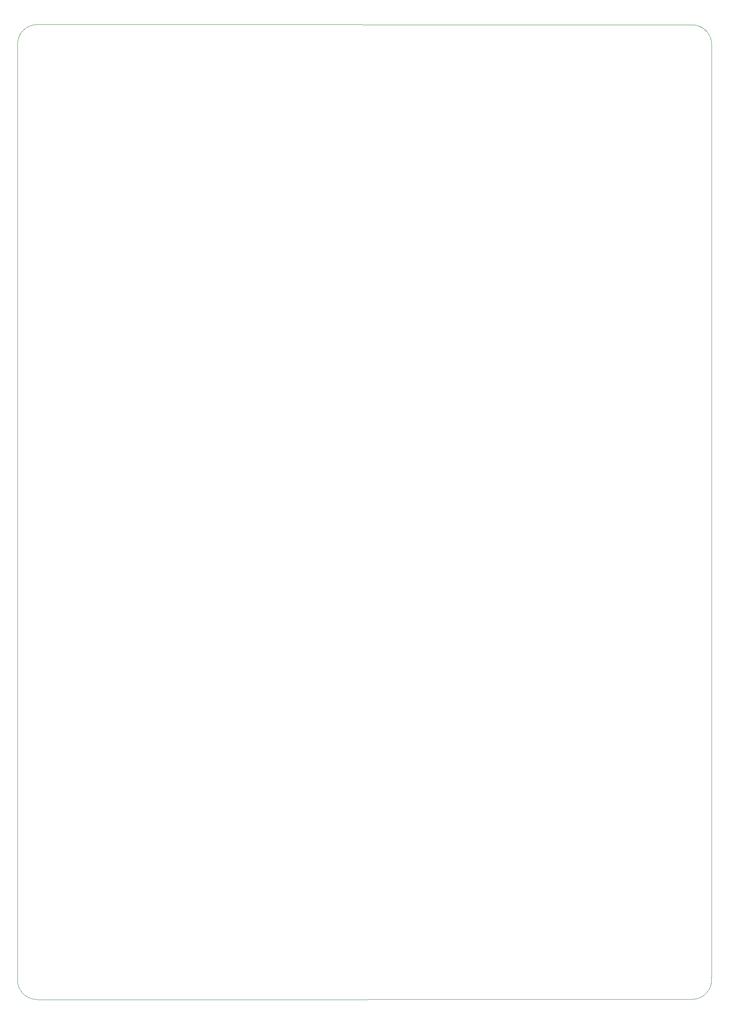
<source format=gbr>
%TF.GenerationSoftware,KiCad,Pcbnew,(5.1.12-1-g0a0a2da680)-1*%
%TF.CreationDate,2022-02-12T23:56:57-06:00*%
%TF.ProjectId,ArmBoard_Hardware,41726d42-6f61-4726-945f-486172647761,2*%
%TF.SameCoordinates,Original*%
%TF.FileFunction,Profile,NP*%
%FSLAX46Y46*%
G04 Gerber Fmt 4.6, Leading zero omitted, Abs format (unit mm)*
G04 Created by KiCad (PCBNEW (5.1.12-1-g0a0a2da680)-1) date 2022-02-12 23:56:57*
%MOMM*%
%LPD*%
G01*
G04 APERTURE LIST*
%TA.AperFunction,Profile*%
%ADD10C,0.050000*%
%TD*%
G04 APERTURE END LIST*
D10*
X248819570Y-232750200D02*
G75*
G02*
X244741701Y-237375699I-4039770J-548800D01*
G01*
X108104242Y-237390914D02*
G75*
G02*
X103987601Y-233172001I-52642J4066514D01*
G01*
X104015086Y-38293888D02*
G75*
G02*
X108089700Y-34086800I4074614J130388D01*
G01*
X244759954Y-34158669D02*
G75*
G02*
X248856499Y-38036501I32546J-4068331D01*
G01*
X103987600Y-233172000D02*
X104015086Y-38293888D01*
X244741701Y-237375699D02*
X108104242Y-237390915D01*
X248856499Y-38036501D02*
X248819570Y-232750200D01*
X108089700Y-34086800D02*
X244759954Y-34158669D01*
M02*

</source>
